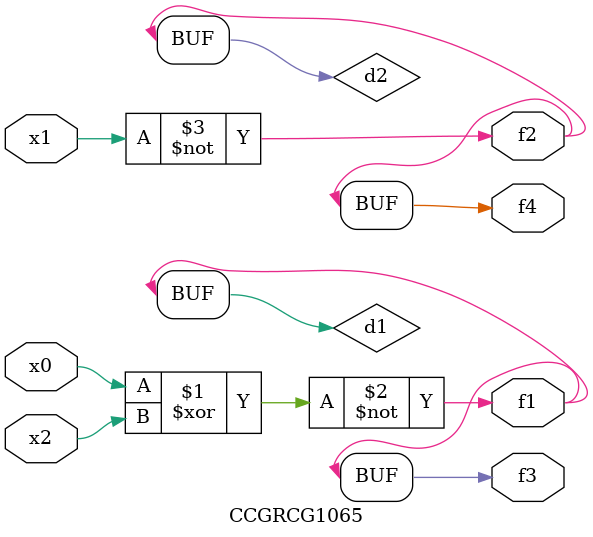
<source format=v>
module CCGRCG1065(
	input x0, x1, x2,
	output f1, f2, f3, f4
);

	wire d1, d2, d3;

	xnor (d1, x0, x2);
	nand (d2, x1);
	nor (d3, x1, x2);
	assign f1 = d1;
	assign f2 = d2;
	assign f3 = d1;
	assign f4 = d2;
endmodule

</source>
